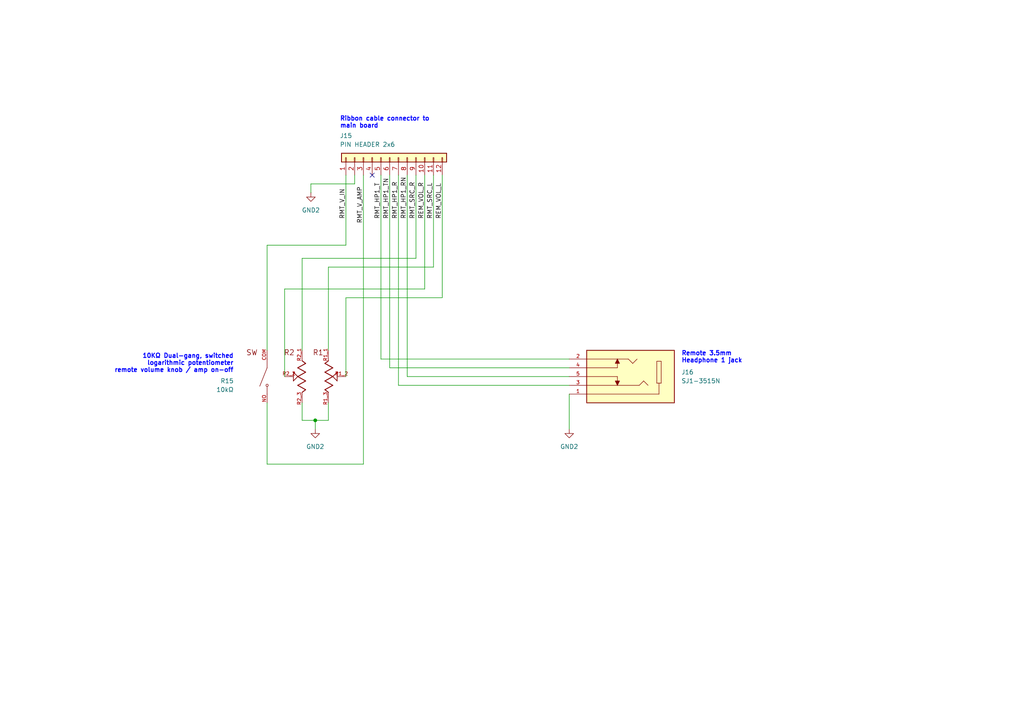
<source format=kicad_sch>
(kicad_sch (version 20250114) (generator "eeschema") (generator_version "9.0")
  (paper "A4")
  (title_block (title "Apple 2 Audio Helper (daughterboard)") (date "2026-02-06") (rev "0.10.1") (company "Northwest Retroventures") (comment 2 "so those components can instead mount flush against angled base of Apple 2 case.") (comment 3 "Use this instead of populating volume knob and headphone jack 1 on main board") (comment 4 "Circuit to mount in Apple 2 case beneath keyboard, exposing headph. jack & volume knob."))
  (lib_symbols
    (symbol "Connector_Generic:Conn_01x12" (pin_names (offset 1.016) (hide yes))
      (property "Reference" "J" (at 0 15.24 0))
      (property "Value" "Conn_01x12" (at 0 -17.78 0))
      (symbol "Conn_01x12_1_1"
        (rectangle (start -1.27 13.97) (end 1.27 -16.51) (stroke (width 0.254)) (fill (type background)))
        (rectangle (start -1.27 12.827) (end 0 12.573) (stroke (width 0.1524)))
        (rectangle (start -1.27 10.287) (end 0 10.033) (stroke (width 0.1524)))
        (rectangle (start -1.27 7.747) (end 0 7.493) (stroke (width 0.1524)))
        (rectangle (start -1.27 5.207) (end 0 4.953) (stroke (width 0.1524)))
        (rectangle (start -1.27 2.667) (end 0 2.413) (stroke (width 0.1524)))
        (rectangle (start -1.27 0.127) (end 0 -0.127) (stroke (width 0.1524)))
        (rectangle (start -1.27 -2.413) (end 0 -2.667) (stroke (width 0.1524)))
        (rectangle (start -1.27 -4.953) (end 0 -5.207) (stroke (width 0.1524)))
        (rectangle (start -1.27 -7.493) (end 0 -7.747) (stroke (width 0.1524)))
        (rectangle (start -1.27 -10.033) (end 0 -10.287) (stroke (width 0.1524)))
        (rectangle (start -1.27 -12.573) (end 0 -12.827) (stroke (width 0.1524)))
        (rectangle (start -1.27 -15.113) (end 0 -15.367) (stroke (width 0.1524)))
        (pin passive line (at -5.08 12.7 0) (length 3.81) (name "Pin_1") (number "1"))
        (pin passive line (at -5.08 10.16 0) (length 3.81) (name "Pin_2") (number "2"))
        (pin passive line (at -5.08 7.62 0) (length 3.81) (name "Pin_3") (number "3"))
        (pin passive line (at -5.08 5.08 0) (length 3.81) (name "Pin_4") (number "4"))
        (pin passive line (at -5.08 2.54 0) (length 3.81) (name "Pin_5") (number "5"))
        (pin passive line (at -5.08 0 0) (length 3.81) (name "Pin_6") (number "6"))
        (pin passive line (at -5.08 -2.54 0) (length 3.81) (name "Pin_7") (number "7"))
        (pin passive line (at -5.08 -5.08 0) (length 3.81) (name "Pin_8") (number "8"))
        (pin passive line (at -5.08 -7.62 0) (length 3.81) (name "Pin_9") (number "9"))
        (pin passive line (at -5.08 -10.16 0) (length 3.81) (name "Pin_10") (number "10"))
        (pin passive line (at -5.08 -12.7 0) (length 3.81) (name "Pin_11") (number "11"))
        (pin passive line (at -5.08 -15.24 0) (length 3.81) (name "Pin_12") (number "12"))
      )
    )
    (symbol "PTR902-1020K-A502:PTR902-1020K-A502" (pin_names (offset 1.016))
      (property "Reference" "R" (at -22.86 2.54 0))
      (property "Value" "PTR902-1020K-A502" (at -22.86 0 0))
      (symbol "PTR902-1020K-A502_0_0"
        (polyline (pts (xy -10.16 5.08) (xy -10.16 2.921)) (stroke (width 0.1524)))
        (circle (center -10.16 2.54) (radius 0.3302) (stroke (width 0.1524)))
        (polyline (pts (xy -10.16 -2.54) (xy -12.2936 2.794)) (stroke (width 0.1524)))
        (polyline (pts (xy -10.16 -2.54) (xy -10.16 -5.08)) (stroke (width 0.1524)))
        (polyline (pts (xy -2.54 1.27) (xy -1.27 0)) (stroke (width 0.2032)))
        (polyline (pts (xy -2.54 -1.27) (xy -2.54 1.27)) (stroke (width 0.2032)))
        (polyline (pts (xy -1.27 2.54) (xy 1.016 1.27)) (stroke (width 0.254)))
        (polyline (pts (xy -1.27 0) (xy -2.54 -1.27)) (stroke (width 0.2032)))
        (polyline (pts (xy -1.27 0) (xy 1.016 -1.27)) (stroke (width 0.254)))
        (polyline (pts (xy -1.27 -2.54) (xy 1.016 -3.81)) (stroke (width 0.254)))
        (polyline (pts (xy 0 5.08) (xy 0 4.572)) (stroke (width 0.1524)))
        (polyline (pts (xy 0 4.572) (xy 1.016 3.81)) (stroke (width 0.254)))
        (polyline (pts (xy 0 -4.572) (xy 0 -5.08)) (stroke (width 0.1524)))
        (polyline (pts (xy 1.016 3.81) (xy -1.27 2.54)) (stroke (width 0.254)))
        (polyline (pts (xy 1.016 1.27) (xy -1.27 0)) (stroke (width 0.254)))
        (polyline (pts (xy 1.016 -1.27) (xy -1.27 -2.54)) (stroke (width 0.254)))
        (polyline (pts (xy 1.016 -3.81) (xy 0 -4.572)) (stroke (width 0.254)))
        (polyline (pts (xy 6.604 3.81) (xy 8.89 2.54)) (stroke (width 0.254)))
        (polyline (pts (xy 6.604 1.27) (xy 8.89 0)) (stroke (width 0.254)))
        (polyline (pts (xy 6.604 -1.27) (xy 8.89 -2.54)) (stroke (width 0.254)))
        (polyline (pts (xy 6.604 -3.81) (xy 7.62 -4.572)) (stroke (width 0.254)))
        (polyline (pts (xy 7.62 5.08) (xy 7.62 4.572)) (stroke (width 0.1524)))
        (polyline (pts (xy 7.62 4.572) (xy 6.604 3.81)) (stroke (width 0.254)))
        (polyline (pts (xy 7.62 -4.572) (xy 7.62 -5.08)) (stroke (width 0.1524)))
        (polyline (pts (xy 8.89 2.54) (xy 6.604 1.27)) (stroke (width 0.254)))
        (polyline (pts (xy 8.89 0) (xy 6.604 -1.27)) (stroke (width 0.254)))
        (polyline (pts (xy 8.89 0) (xy 10.16 -1.27)) (stroke (width 0.2032)))
        (polyline (pts (xy 8.89 -2.54) (xy 6.604 -3.81)) (stroke (width 0.254)))
        (polyline (pts (xy 10.16 1.27) (xy 8.89 0)) (stroke (width 0.2032)))
        (polyline (pts (xy 10.16 -1.27) (xy 10.16 1.27)) (stroke (width 0.2032)))
        (text "SW" (at -16.256 -7.874 0) (effects (font (size 1.524 1.524)) (justify left bottom)))
        (text "R2" (at -5.334 -7.874 0) (effects (font (size 1.524 1.524)) (justify left bottom)))
        (text "R1" (at 3.048 -7.874 0) (effects (font (size 1.524 1.524)) (justify left bottom)))
        (pin passive line (at -10.16 7.62 270) (length 2.54) (name "~") (number "NO"))
        (pin passive line (at -10.16 -7.62 90) (length 2.54) (name "~") (number "COM"))
        (pin passive line (at -5.08 0 0) (length 2.54) (name "~") (number "R2_2"))
        (pin passive line (at 0 7.62 270) (length 2.54) (name "~") (number "R2_3"))
        (pin passive line (at 0 -7.62 90) (length 2.54) (name "~") (number "R2_1"))
        (pin passive line (at 7.62 7.62 270) (length 2.54) (name "~") (number "R1_3"))
        (pin passive line (at 7.62 -7.62 90) (length 2.54) (name "~") (number "R1_1"))
        (pin passive line (at 12.7 0 180) (length 2.54) (name "~") (number "R1_2"))
      )
    )
    (symbol "SJ1-3515N:SJ1-3515N" (pin_names (offset 1.016))
      (property "Reference" "J" (at -12.7166 10.1733 0))
      (property "Value" "SJ1-3515N" (at -12.7202 -12.7202 0))
      (symbol "SJ1-3515N_0_0"
        (rectangle (start -12.7 -7.62) (end 12.7 7.62) (stroke (width 0.254)) (fill (type background)))
        (polyline (pts (xy -8.89 1.905) (xy -8.89 -4.445)) (stroke (width 0.1524)))
        (polyline (pts (xy -8.89 -4.445) (xy -7.62 -4.445)) (stroke (width 0.1524)))
        (polyline (pts (xy -8.255 5.08) (xy -8.255 1.905)) (stroke (width 0.1524)))
        (polyline (pts (xy -8.255 1.905) (xy -8.89 1.905)) (stroke (width 0.1524)))
        (polyline (pts (xy -7.62 1.905) (xy -8.255 1.905)) (stroke (width 0.1524)))
        (polyline (pts (xy -7.62 -4.445) (xy -7.62 1.905)) (stroke (width 0.1524)))
        (polyline (pts (xy -3.81 1.27) (xy -5.08 2.54)) (stroke (width 0.1524)))
        (polyline (pts (xy -2.54 2.54) (xy -3.81 1.27)) (stroke (width 0.1524)))
        (polyline (pts (xy -0.635 -3.81) (xy -1.905 -5.08)) (stroke (width 0.1524)))
        (polyline (pts (xy 0.635 -5.08) (xy -0.635 -3.81)) (stroke (width 0.1524)))
        (polyline (pts (xy 3.81 2.54) (xy -2.54 2.54)) (stroke (width 0.1524)))
        (polyline (pts (xy 3.81 2.54) (xy 3.175 1.27) (xy 4.445 1.27) (xy 3.81 2.54)) (stroke (width 0.1524)) (fill (type outline)))
        (polyline (pts (xy 3.81 0) (xy 3.81 2.54)) (stroke (width 0.1524)))
        (polyline (pts (xy 3.81 -2.54) (xy 3.81 -5.08)) (stroke (width 0.1524)))
        (polyline (pts (xy 3.81 -5.08) (xy 0.635 -5.08)) (stroke (width 0.1524)))
        (polyline (pts (xy 3.81 -5.08) (xy 3.175 -3.81) (xy 4.445 -3.81) (xy 3.81 -5.08)) (stroke (width 0.1524)) (fill (type outline)))
        (polyline (pts (xy 12.7 5.08) (xy -8.255 5.08)) (stroke (width 0.1524)))
        (polyline (pts (xy 12.7 2.54) (xy 3.81 2.54)) (stroke (width 0.1524)))
        (polyline (pts (xy 12.7 0) (xy 3.81 0)) (stroke (width 0.1524)))
        (polyline (pts (xy 12.7 -2.54) (xy 3.81 -2.54)) (stroke (width 0.1524)))
        (polyline (pts (xy 12.7 -5.08) (xy 3.81 -5.08)) (stroke (width 0.1524)))
        (pin passive line (at 17.78 5.08 180) (length 5.08) (name "~") (number "1"))
        (pin passive line (at 17.78 2.54 180) (length 5.08) (name "~") (number "3"))
        (pin passive line (at 17.78 0 180) (length 5.08) (name "~") (number "5"))
        (pin passive line (at 17.78 -2.54 180) (length 5.08) (name "~") (number "4"))
        (pin passive line (at 17.78 -5.08 180) (length 5.08) (name "~") (number "2"))
      )
    )
    (symbol "power:GND" (power) (pin_numbers (hide yes)) (pin_names (offset 0) (hide yes))
      (property "Value" "GND" (at 0 -3.81 0))
      (symbol "GND_0_1"
        (polyline (pts (xy 0 0) (xy 0 -1.27) (xy 1.27 -1.27) (xy 0 -2.54) (xy -1.27 -1.27) (xy 0 -1.27)))
      )
      (symbol "GND_1_1"
        (pin power_in line (at 0 0 270) (length 0) (name "~") (number "1"))
      )
    )
  )
  (text "10KΩ Dual-gang, switched\nlogarithmic potentiometer\nremote volume knob / amp on-off" (at 67.818 105.41 0) (effects (font (size 1.27 1.27) (thickness 0.254) (bold yes)) (justify right)))
  (text "Remote 3.5mm\nHeadphone 1 jack" (at 197.612 103.632 0) (effects (font (size 1.27 1.27) (thickness 0.254) (bold yes)) (justify left)))
  (text "Ribbon cable connector to\nmain board" (at 98.552 35.56 0) (effects (font (size 1.27 1.27) (thickness 0.254) (bold yes)) (justify left)))
  (junction (at 91.44 121.92))
  (no_connect (at 107.95 50.8))
  (wire (pts (xy 120.65 74.93) (xy 87.63 74.93)))
  (wire (pts (xy 77.47 116.84) (xy 77.47 134.62)))
  (wire (pts (xy 120.65 50.8) (xy 120.65 74.93)))
  (wire (pts (xy 91.44 121.92) (xy 95.25 121.92)))
  (wire (pts (xy 100.33 86.36) (xy 100.33 109.22)))
  (wire (pts (xy 87.63 121.92) (xy 91.44 121.92)))
  (wire (pts (xy 95.25 77.47) (xy 95.25 101.6)))
  (wire (pts (xy 113.03 50.8) (xy 113.03 106.68)))
  (wire (pts (xy 102.87 50.8) (xy 102.87 53.34)))
  (wire (pts (xy 123.19 83.82) (xy 82.55 83.82)))
  (wire (pts (xy 91.44 121.92) (xy 91.44 124.46)))
  (wire (pts (xy 110.49 104.14) (xy 165.1 104.14)))
  (wire (pts (xy 115.57 50.8) (xy 115.57 111.76)))
  (wire (pts (xy 118.11 50.8) (xy 118.11 109.22)))
  (wire (pts (xy 87.63 74.93) (xy 87.63 101.6)))
  (wire (pts (xy 128.27 86.36) (xy 100.33 86.36)))
  (wire (pts (xy 77.47 71.12) (xy 77.47 101.6)))
  (wire (pts (xy 125.73 50.8) (xy 125.73 77.47)))
  (wire (pts (xy 113.03 106.68) (xy 165.1 106.68)))
  (wire (pts (xy 100.33 50.8) (xy 100.33 71.12)))
  (wire (pts (xy 82.55 83.82) (xy 82.55 109.22)))
  (wire (pts (xy 125.73 77.47) (xy 95.25 77.47)))
  (wire (pts (xy 128.27 50.8) (xy 128.27 86.36)))
  (wire (pts (xy 110.49 50.8) (xy 110.49 104.14)))
  (wire (pts (xy 102.87 53.34) (xy 90.17 53.34)))
  (wire (pts (xy 87.63 121.92) (xy 87.63 116.84)))
  (wire (pts (xy 100.33 71.12) (xy 77.47 71.12)))
  (wire (pts (xy 90.17 53.34) (xy 90.17 55.88)))
  (wire (pts (xy 118.11 109.22) (xy 165.1 109.22)))
  (wire (pts (xy 105.41 50.8) (xy 105.41 134.62)))
  (wire (pts (xy 165.1 114.3) (xy 165.1 124.46)))
  (wire (pts (xy 105.41 134.62) (xy 77.47 134.62)))
  (wire (pts (xy 123.19 50.8) (xy 123.19 83.82)))
  (wire (pts (xy 115.57 111.76) (xy 165.1 111.76)))
  (wire (pts (xy 95.25 121.92) (xy 95.25 116.84)))
  (label "RMT_HP1_R" (at 115.57 63.5 90))
  (label "RMT_V_IN" (at 100.33 63.5 90))
  (label "RMT_SRC_L" (at 125.73 63.5 90))
  (label "RMT_SRC_R" (at 120.65 63.5 90))
  (label "RMT_HP1_TN" (at 113.03 63.5 90))
  (label "REM_VOL_L" (at 128.27 63.5 90))
  (label "RMT_HP1_RN" (at 118.11 63.5 90))
  (label "RMT_V_AMP" (at 105.41 64.77 90))
  (label "REM_VOL_R" (at 123.19 63.5 90))
  (label "RMT_HP1_T" (at 110.49 63.5 90))
  (symbol (lib_id "PTR902-1020K-A502:PTR902-1020K-A502") (at 87.63 109.22 0) (mirror x) (unit 1)
    (property "Reference" "R15" (at 67.818 110.49 0) (effects (justify right)))
    (property "Value" "10kΩ" (at 67.818 113.03 0) (effects (justify right)))
    (property "Footprint" "PTR902-1020K-A502:TRIM_PTR902-1020K-A502" (effects (hide yes)))
    (property "MF" "Bourns" (effects (hide yes)))
    (property "MAXIMUM_PACKAGE_HEIGHT" "11.9mm" (effects (hide yes)))
    (property "Package" "None" (effects (hide yes)))
    (property "Price" "None" (effects (hide yes)))
    (property "Check_prices" "https://www.snapeda.com/parts/PTR902-1020K-A502/Bourns/view-part/?ref=eda" (effects (hide yes)))
    (property "STANDARD" "Manufacturer Recommendations" (effects (hide yes)))
    (property "PARTREV" "10/19" (effects (hide yes)))
    (property "SnapEDA_Link" "https://www.snapeda.com/parts/PTR902-1020K-A502/Bourns/view-part/?ref=snap" (effects (hide yes)))
    (property "MP" "PTR902-1020K-A502" (effects (hide yes)))
    (property "Purchase-URL" "https://www.snapeda.com/api/url_track_click_mouser/?unipart_id=1443834&manufacturer=Bourns&part_name=PTR902-1020K-A502&search_term=None" (effects (hide yes)))
    (property "Description_1" "5k Ohm 2 Gang Logarithmic Panel Mount Potentiometer Rotary, SPST 1.0 Kierros Carbon 0.025W, 1/40W PC Pins, Board Locks" (effects (hide yes)))
    (property "Availability" "In Stock" (effects (hide yes)))
    (property "MANUFACTURER" "Bourns" (effects (hide yes)))
  )
  (symbol (lib_id "power:GND") (at 90.17 55.88 0) (unit 1)
    (property "Reference" "#PWR014" (effects (hide yes)))
    (property "Value" "GND2" (at 90.17 60.96 0))
    (property "Description" "Power symbol creates a global label with name \"GND\" , ground" (effects (hide yes)))
  )
  (symbol (lib_id "SJ1-3515N:SJ1-3515N") (at 182.88 109.22 180) (unit 1)
    (property "Reference" "J16" (at 197.612 107.95 0) (effects (justify right)))
    (property "Value" "SJ1-3515N" (at 197.612 110.49 0) (effects (justify right)))
    (property "Footprint" "SJ1-3515N:CUI_SJ1-3515N" (effects (hide yes)))
    (property "MF" "Same Sky" (effects (hide yes)))
    (property "Description_1" "3.5 mm, Stereo, Right Angle, Through Hole, 3 Conductors, 2 Internal Switches, Audio Jack Connector" (effects (hide yes)))
    (property "Package" "None" (effects (hide yes)))
    (property "Price" "None" (effects (hide yes)))
    (property "Check_prices" "https://www.snapeda.com/parts/SJ1-3515N/Same+Sky/view-part/?ref=eda" (effects (hide yes)))
    (property "STANDARD" "Manufacturer recommendation" (effects (hide yes)))
    (property "PARTREV" "1.03" (effects (hide yes)))
    (property "SnapEDA_Link" "https://www.snapeda.com/parts/SJ1-3515N/Same+Sky/view-part/?ref=snap" (effects (hide yes)))
    (property "MP" "SJ1-3515N" (effects (hide yes)))
    (property "Availability" "In Stock" (effects (hide yes)))
    (property "MANUFACTURER" "CUI" (effects (hide yes)))
  )
  (symbol (lib_id "power:GND") (at 165.1 124.46 0) (unit 1)
    (property "Reference" "#PWR015" (effects (hide yes)))
    (property "Value" "GND2" (at 165.1 129.54 0))
    (property "Description" "Power symbol creates a global label with name \"GND\" , ground" (effects (hide yes)))
  )
  (symbol (lib_id "Connector_Generic:Conn_01x12") (at 113.03 45.72 90) (unit 1)
    (property "Reference" "J15" (at 98.552 39.37 90) (effects (justify right)))
    (property "Value" "PIN HEADER 2x6" (at 98.552 41.91 90) (effects (justify right)))
    (property "Footprint" "Connector_PinSocket_2.00mm:PinSocket_2x06_P2.00mm_Vertical" (effects (hide yes)))
    (property "Description" "Generic connector, single row, 01x12, script generated (kicad-library-utils/schlib/autogen/connector/)" (effects (hide yes)))
  )
  (symbol (lib_id "power:GND") (at 91.44 124.46 0) (unit 1)
    (property "Reference" "#PWR013" (effects (hide yes)))
    (property "Value" "GND2" (at 91.44 129.54 0))
    (property "Description" "Power symbol creates a global label with name \"GND\" , ground" (effects (hide yes)))
  )
)
</source>
